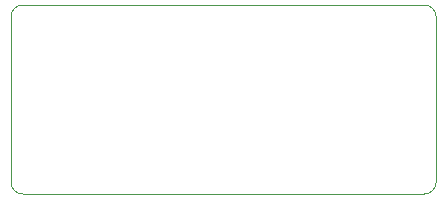
<source format=gbr>
%TF.GenerationSoftware,KiCad,Pcbnew,8.0.8*%
%TF.CreationDate,2025-04-24T20:57:55+02:00*%
%TF.ProjectId,ESC_PCB,4553435f-5043-4422-9e6b-696361645f70,rev?*%
%TF.SameCoordinates,Original*%
%TF.FileFunction,Profile,NP*%
%FSLAX46Y46*%
G04 Gerber Fmt 4.6, Leading zero omitted, Abs format (unit mm)*
G04 Created by KiCad (PCBNEW 8.0.8) date 2025-04-24 20:57:55*
%MOMM*%
%LPD*%
G01*
G04 APERTURE LIST*
%TA.AperFunction,Profile*%
%ADD10C,0.050000*%
%TD*%
G04 APERTURE END LIST*
D10*
X71000000Y-45000000D02*
G75*
G02*
X72000000Y-44000000I1000000J0D01*
G01*
X72000000Y-44000000D02*
X106000000Y-44000000D01*
X106000000Y-60000000D02*
X72000000Y-60000000D01*
X107000000Y-59000000D02*
G75*
G02*
X106000000Y-60000000I-1000000J0D01*
G01*
X106000000Y-44000000D02*
G75*
G02*
X107000000Y-45000000I0J-1000000D01*
G01*
X107000000Y-45000000D02*
X107000000Y-59000000D01*
X71000000Y-59000000D02*
X71000000Y-45000000D01*
X72000000Y-60000000D02*
G75*
G02*
X71000000Y-59000000I0J1000000D01*
G01*
M02*

</source>
